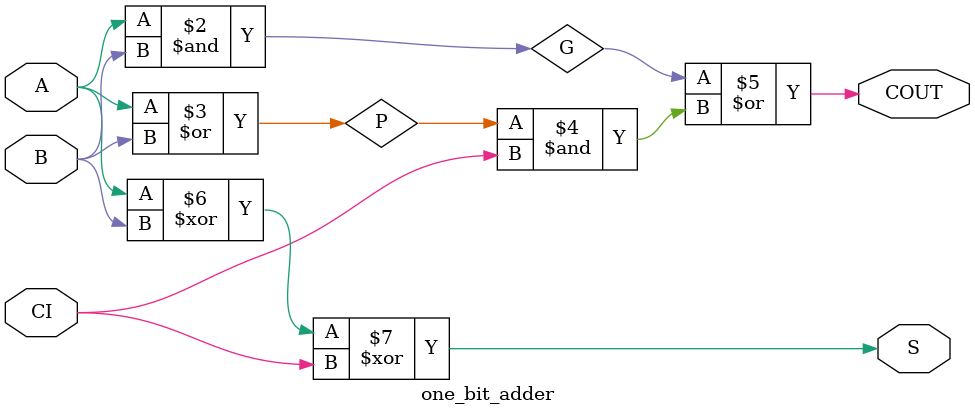
<source format=v>
module one_bit_adder(A, B, S, CI, COUT);
	input A;
	input B;
	input CI;
	output S;
	output COUT;
	reg G;
	reg P;
	reg S;
	reg COUT;


	always @(*) begin
	G=A & B;
	P=A|B;
	COUT=G|P&CI;
	S=A^B^CI;


	end
	
endmodule
</source>
